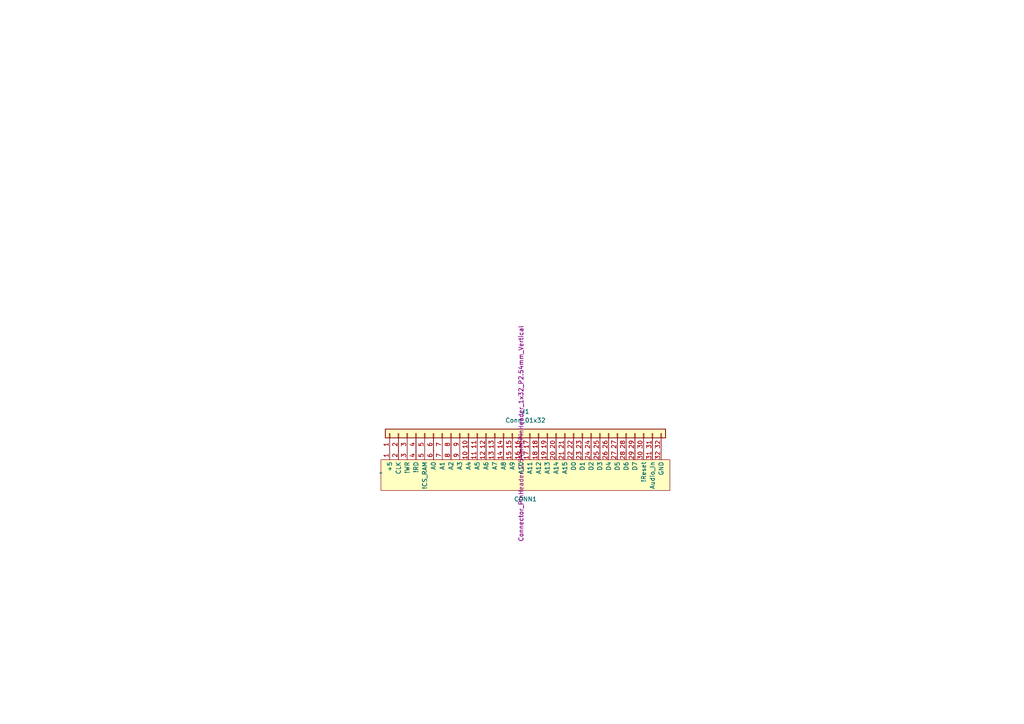
<source format=kicad_sch>
(kicad_sch (version 20230121) (generator eeschema)

  (uuid 314faa5e-e995-401d-bd0e-a3b7a005b770)

  (paper "A4")

  (lib_symbols
    (symbol "Connector_Generic:Conn_01x32" (pin_names (offset 1.016) hide) (in_bom yes) (on_board yes)
      (property "Reference" "J" (at 0 40.64 0)
        (effects (font (size 1.27 1.27)))
      )
      (property "Value" "Conn_01x32" (at 0 -43.18 0)
        (effects (font (size 1.27 1.27)))
      )
      (property "Footprint" "" (at 0 0 0)
        (effects (font (size 1.27 1.27)) hide)
      )
      (property "Datasheet" "~" (at 0 0 0)
        (effects (font (size 1.27 1.27)) hide)
      )
      (property "ki_keywords" "connector" (at 0 0 0)
        (effects (font (size 1.27 1.27)) hide)
      )
      (property "ki_description" "Generic connector, single row, 01x32, script generated (kicad-library-utils/schlib/autogen/connector/)" (at 0 0 0)
        (effects (font (size 1.27 1.27)) hide)
      )
      (property "ki_fp_filters" "Connector*:*_1x??_*" (at 0 0 0)
        (effects (font (size 1.27 1.27)) hide)
      )
      (symbol "Conn_01x32_1_1"
        (rectangle (start -1.27 -40.513) (end 0 -40.767)
          (stroke (width 0.1524) (type default))
          (fill (type none))
        )
        (rectangle (start -1.27 -37.973) (end 0 -38.227)
          (stroke (width 0.1524) (type default))
          (fill (type none))
        )
        (rectangle (start -1.27 -35.433) (end 0 -35.687)
          (stroke (width 0.1524) (type default))
          (fill (type none))
        )
        (rectangle (start -1.27 -32.893) (end 0 -33.147)
          (stroke (width 0.1524) (type default))
          (fill (type none))
        )
        (rectangle (start -1.27 -30.353) (end 0 -30.607)
          (stroke (width 0.1524) (type default))
          (fill (type none))
        )
        (rectangle (start -1.27 -27.813) (end 0 -28.067)
          (stroke (width 0.1524) (type default))
          (fill (type none))
        )
        (rectangle (start -1.27 -25.273) (end 0 -25.527)
          (stroke (width 0.1524) (type default))
          (fill (type none))
        )
        (rectangle (start -1.27 -22.733) (end 0 -22.987)
          (stroke (width 0.1524) (type default))
          (fill (type none))
        )
        (rectangle (start -1.27 -20.193) (end 0 -20.447)
          (stroke (width 0.1524) (type default))
          (fill (type none))
        )
        (rectangle (start -1.27 -17.653) (end 0 -17.907)
          (stroke (width 0.1524) (type default))
          (fill (type none))
        )
        (rectangle (start -1.27 -15.113) (end 0 -15.367)
          (stroke (width 0.1524) (type default))
          (fill (type none))
        )
        (rectangle (start -1.27 -12.573) (end 0 -12.827)
          (stroke (width 0.1524) (type default))
          (fill (type none))
        )
        (rectangle (start -1.27 -10.033) (end 0 -10.287)
          (stroke (width 0.1524) (type default))
          (fill (type none))
        )
        (rectangle (start -1.27 -7.493) (end 0 -7.747)
          (stroke (width 0.1524) (type default))
          (fill (type none))
        )
        (rectangle (start -1.27 -4.953) (end 0 -5.207)
          (stroke (width 0.1524) (type default))
          (fill (type none))
        )
        (rectangle (start -1.27 -2.413) (end 0 -2.667)
          (stroke (width 0.1524) (type default))
          (fill (type none))
        )
        (rectangle (start -1.27 0.127) (end 0 -0.127)
          (stroke (width 0.1524) (type default))
          (fill (type none))
        )
        (rectangle (start -1.27 2.667) (end 0 2.413)
          (stroke (width 0.1524) (type default))
          (fill (type none))
        )
        (rectangle (start -1.27 5.207) (end 0 4.953)
          (stroke (width 0.1524) (type default))
          (fill (type none))
        )
        (rectangle (start -1.27 7.747) (end 0 7.493)
          (stroke (width 0.1524) (type default))
          (fill (type none))
        )
        (rectangle (start -1.27 10.287) (end 0 10.033)
          (stroke (width 0.1524) (type default))
          (fill (type none))
        )
        (rectangle (start -1.27 12.827) (end 0 12.573)
          (stroke (width 0.1524) (type default))
          (fill (type none))
        )
        (rectangle (start -1.27 15.367) (end 0 15.113)
          (stroke (width 0.1524) (type default))
          (fill (type none))
        )
        (rectangle (start -1.27 17.907) (end 0 17.653)
          (stroke (width 0.1524) (type default))
          (fill (type none))
        )
        (rectangle (start -1.27 20.447) (end 0 20.193)
          (stroke (width 0.1524) (type default))
          (fill (type none))
        )
        (rectangle (start -1.27 22.987) (end 0 22.733)
          (stroke (width 0.1524) (type default))
          (fill (type none))
        )
        (rectangle (start -1.27 25.527) (end 0 25.273)
          (stroke (width 0.1524) (type default))
          (fill (type none))
        )
        (rectangle (start -1.27 28.067) (end 0 27.813)
          (stroke (width 0.1524) (type default))
          (fill (type none))
        )
        (rectangle (start -1.27 30.607) (end 0 30.353)
          (stroke (width 0.1524) (type default))
          (fill (type none))
        )
        (rectangle (start -1.27 33.147) (end 0 32.893)
          (stroke (width 0.1524) (type default))
          (fill (type none))
        )
        (rectangle (start -1.27 35.687) (end 0 35.433)
          (stroke (width 0.1524) (type default))
          (fill (type none))
        )
        (rectangle (start -1.27 38.227) (end 0 37.973)
          (stroke (width 0.1524) (type default))
          (fill (type none))
        )
        (rectangle (start -1.27 39.37) (end 1.27 -41.91)
          (stroke (width 0.254) (type default))
          (fill (type background))
        )
        (pin passive line (at -5.08 38.1 0) (length 3.81)
          (name "Pin_1" (effects (font (size 1.27 1.27))))
          (number "1" (effects (font (size 1.27 1.27))))
        )
        (pin passive line (at -5.08 15.24 0) (length 3.81)
          (name "Pin_10" (effects (font (size 1.27 1.27))))
          (number "10" (effects (font (size 1.27 1.27))))
        )
        (pin passive line (at -5.08 12.7 0) (length 3.81)
          (name "Pin_11" (effects (font (size 1.27 1.27))))
          (number "11" (effects (font (size 1.27 1.27))))
        )
        (pin passive line (at -5.08 10.16 0) (length 3.81)
          (name "Pin_12" (effects (font (size 1.27 1.27))))
          (number "12" (effects (font (size 1.27 1.27))))
        )
        (pin passive line (at -5.08 7.62 0) (length 3.81)
          (name "Pin_13" (effects (font (size 1.27 1.27))))
          (number "13" (effects (font (size 1.27 1.27))))
        )
        (pin passive line (at -5.08 5.08 0) (length 3.81)
          (name "Pin_14" (effects (font (size 1.27 1.27))))
          (number "14" (effects (font (size 1.27 1.27))))
        )
        (pin passive line (at -5.08 2.54 0) (length 3.81)
          (name "Pin_15" (effects (font (size 1.27 1.27))))
          (number "15" (effects (font (size 1.27 1.27))))
        )
        (pin passive line (at -5.08 0 0) (length 3.81)
          (name "Pin_16" (effects (font (size 1.27 1.27))))
          (number "16" (effects (font (size 1.27 1.27))))
        )
        (pin passive line (at -5.08 -2.54 0) (length 3.81)
          (name "Pin_17" (effects (font (size 1.27 1.27))))
          (number "17" (effects (font (size 1.27 1.27))))
        )
        (pin passive line (at -5.08 -5.08 0) (length 3.81)
          (name "Pin_18" (effects (font (size 1.27 1.27))))
          (number "18" (effects (font (size 1.27 1.27))))
        )
        (pin passive line (at -5.08 -7.62 0) (length 3.81)
          (name "Pin_19" (effects (font (size 1.27 1.27))))
          (number "19" (effects (font (size 1.27 1.27))))
        )
        (pin passive line (at -5.08 35.56 0) (length 3.81)
          (name "Pin_2" (effects (font (size 1.27 1.27))))
          (number "2" (effects (font (size 1.27 1.27))))
        )
        (pin passive line (at -5.08 -10.16 0) (length 3.81)
          (name "Pin_20" (effects (font (size 1.27 1.27))))
          (number "20" (effects (font (size 1.27 1.27))))
        )
        (pin passive line (at -5.08 -12.7 0) (length 3.81)
          (name "Pin_21" (effects (font (size 1.27 1.27))))
          (number "21" (effects (font (size 1.27 1.27))))
        )
        (pin passive line (at -5.08 -15.24 0) (length 3.81)
          (name "Pin_22" (effects (font (size 1.27 1.27))))
          (number "22" (effects (font (size 1.27 1.27))))
        )
        (pin passive line (at -5.08 -17.78 0) (length 3.81)
          (name "Pin_23" (effects (font (size 1.27 1.27))))
          (number "23" (effects (font (size 1.27 1.27))))
        )
        (pin passive line (at -5.08 -20.32 0) (length 3.81)
          (name "Pin_24" (effects (font (size 1.27 1.27))))
          (number "24" (effects (font (size 1.27 1.27))))
        )
        (pin passive line (at -5.08 -22.86 0) (length 3.81)
          (name "Pin_25" (effects (font (size 1.27 1.27))))
          (number "25" (effects (font (size 1.27 1.27))))
        )
        (pin passive line (at -5.08 -25.4 0) (length 3.81)
          (name "Pin_26" (effects (font (size 1.27 1.27))))
          (number "26" (effects (font (size 1.27 1.27))))
        )
        (pin passive line (at -5.08 -27.94 0) (length 3.81)
          (name "Pin_27" (effects (font (size 1.27 1.27))))
          (number "27" (effects (font (size 1.27 1.27))))
        )
        (pin passive line (at -5.08 -30.48 0) (length 3.81)
          (name "Pin_28" (effects (font (size 1.27 1.27))))
          (number "28" (effects (font (size 1.27 1.27))))
        )
        (pin passive line (at -5.08 -33.02 0) (length 3.81)
          (name "Pin_29" (effects (font (size 1.27 1.27))))
          (number "29" (effects (font (size 1.27 1.27))))
        )
        (pin passive line (at -5.08 33.02 0) (length 3.81)
          (name "Pin_3" (effects (font (size 1.27 1.27))))
          (number "3" (effects (font (size 1.27 1.27))))
        )
        (pin passive line (at -5.08 -35.56 0) (length 3.81)
          (name "Pin_30" (effects (font (size 1.27 1.27))))
          (number "30" (effects (font (size 1.27 1.27))))
        )
        (pin passive line (at -5.08 -38.1 0) (length 3.81)
          (name "Pin_31" (effects (font (size 1.27 1.27))))
          (number "31" (effects (font (size 1.27 1.27))))
        )
        (pin passive line (at -5.08 -40.64 0) (length 3.81)
          (name "Pin_32" (effects (font (size 1.27 1.27))))
          (number "32" (effects (font (size 1.27 1.27))))
        )
        (pin passive line (at -5.08 30.48 0) (length 3.81)
          (name "Pin_4" (effects (font (size 1.27 1.27))))
          (number "4" (effects (font (size 1.27 1.27))))
        )
        (pin passive line (at -5.08 27.94 0) (length 3.81)
          (name "Pin_5" (effects (font (size 1.27 1.27))))
          (number "5" (effects (font (size 1.27 1.27))))
        )
        (pin passive line (at -5.08 25.4 0) (length 3.81)
          (name "Pin_6" (effects (font (size 1.27 1.27))))
          (number "6" (effects (font (size 1.27 1.27))))
        )
        (pin passive line (at -5.08 22.86 0) (length 3.81)
          (name "Pin_7" (effects (font (size 1.27 1.27))))
          (number "7" (effects (font (size 1.27 1.27))))
        )
        (pin passive line (at -5.08 20.32 0) (length 3.81)
          (name "Pin_8" (effects (font (size 1.27 1.27))))
          (number "8" (effects (font (size 1.27 1.27))))
        )
        (pin passive line (at -5.08 17.78 0) (length 3.81)
          (name "Pin_9" (effects (font (size 1.27 1.27))))
          (number "9" (effects (font (size 1.27 1.27))))
        )
      )
    )
    (symbol "DMGedgecon:DMG_edge_con" (in_bom yes) (on_board yes)
      (property "Reference" "CONN" (at 3.81 1.27 0)
        (effects (font (size 1.27 1.27)))
      )
      (property "Value" "" (at 0 5.08 0)
        (effects (font (size 1.27 1.27)))
      )
      (property "Footprint" "" (at 0 5.08 0)
        (effects (font (size 1.27 1.27)) hide)
      )
      (property "Datasheet" "" (at 0 5.08 0)
        (effects (font (size 1.27 1.27)) hide)
      )
      (symbol "DMG_edge_con_1_1"
        (rectangle (start 0 8.89) (end 83.82 0)
          (stroke (width 0) (type default))
          (fill (type background))
        )
        (pin output line (at 2.54 11.43 270) (length 2.54)
          (name "+5" (effects (font (size 1.27 1.27))))
          (number "1" (effects (font (size 1.27 1.27))))
        )
        (pin output line (at 25.4 11.43 270) (length 2.54)
          (name "A4" (effects (font (size 1.27 1.27))))
          (number "10" (effects (font (size 1.27 1.27))))
        )
        (pin output line (at 27.94 11.43 270) (length 2.54)
          (name "A5" (effects (font (size 1.27 1.27))))
          (number "11" (effects (font (size 1.27 1.27))))
        )
        (pin output line (at 30.48 11.43 270) (length 2.54)
          (name "A6" (effects (font (size 1.27 1.27))))
          (number "12" (effects (font (size 1.27 1.27))))
        )
        (pin output line (at 33.02 11.43 270) (length 2.54)
          (name "A7" (effects (font (size 1.27 1.27))))
          (number "13" (effects (font (size 1.27 1.27))))
        )
        (pin output line (at 35.56 11.43 270) (length 2.54)
          (name "A8" (effects (font (size 1.27 1.27))))
          (number "14" (effects (font (size 1.27 1.27))))
        )
        (pin output line (at 38.1 11.43 270) (length 2.54)
          (name "A9" (effects (font (size 1.27 1.27))))
          (number "15" (effects (font (size 1.27 1.27))))
        )
        (pin output line (at 40.64 11.43 270) (length 2.54)
          (name "A10" (effects (font (size 1.27 1.27))))
          (number "16" (effects (font (size 1.27 1.27))))
        )
        (pin output line (at 43.18 11.43 270) (length 2.54)
          (name "A11" (effects (font (size 1.27 1.27))))
          (number "17" (effects (font (size 1.27 1.27))))
        )
        (pin output line (at 45.72 11.43 270) (length 2.54)
          (name "A12" (effects (font (size 1.27 1.27))))
          (number "18" (effects (font (size 1.27 1.27))))
        )
        (pin output line (at 48.26 11.43 270) (length 2.54)
          (name "A13" (effects (font (size 1.27 1.27))))
          (number "19" (effects (font (size 1.27 1.27))))
        )
        (pin output line (at 5.08 11.43 270) (length 2.54)
          (name "CLK" (effects (font (size 1.27 1.27))))
          (number "2" (effects (font (size 1.27 1.27))))
        )
        (pin output line (at 50.8 11.43 270) (length 2.54)
          (name "A14" (effects (font (size 1.27 1.27))))
          (number "20" (effects (font (size 1.27 1.27))))
        )
        (pin output line (at 53.34 11.43 270) (length 2.54)
          (name "A15" (effects (font (size 1.27 1.27))))
          (number "21" (effects (font (size 1.27 1.27))))
        )
        (pin bidirectional line (at 55.88 11.43 270) (length 2.54)
          (name "D0" (effects (font (size 1.27 1.27))))
          (number "22" (effects (font (size 1.27 1.27))))
        )
        (pin bidirectional line (at 58.42 11.43 270) (length 2.54)
          (name "D1" (effects (font (size 1.27 1.27))))
          (number "23" (effects (font (size 1.27 1.27))))
        )
        (pin bidirectional line (at 60.96 11.43 270) (length 2.54)
          (name "D2" (effects (font (size 1.27 1.27))))
          (number "24" (effects (font (size 1.27 1.27))))
        )
        (pin bidirectional line (at 63.5 11.43 270) (length 2.54)
          (name "D3" (effects (font (size 1.27 1.27))))
          (number "25" (effects (font (size 1.27 1.27))))
        )
        (pin bidirectional line (at 66.04 11.43 270) (length 2.54)
          (name "D4" (effects (font (size 1.27 1.27))))
          (number "26" (effects (font (size 1.27 1.27))))
        )
        (pin bidirectional line (at 68.58 11.43 270) (length 2.54)
          (name "D5" (effects (font (size 1.27 1.27))))
          (number "27" (effects (font (size 1.27 1.27))))
        )
        (pin bidirectional line (at 71.12 11.43 270) (length 2.54)
          (name "D6" (effects (font (size 1.27 1.27))))
          (number "28" (effects (font (size 1.27 1.27))))
        )
        (pin bidirectional line (at 73.66 11.43 270) (length 2.54)
          (name "D7" (effects (font (size 1.27 1.27))))
          (number "29" (effects (font (size 1.27 1.27))))
        )
        (pin output line (at 7.62 11.43 270) (length 2.54)
          (name "!WR" (effects (font (size 1.27 1.27))))
          (number "3" (effects (font (size 1.27 1.27))))
        )
        (pin input line (at 76.2 11.43 270) (length 2.54)
          (name "!Reset" (effects (font (size 1.27 1.27))))
          (number "30" (effects (font (size 1.27 1.27))))
        )
        (pin input line (at 78.74 11.43 270) (length 2.54)
          (name "Audio_In" (effects (font (size 1.27 1.27))))
          (number "31" (effects (font (size 1.27 1.27))))
        )
        (pin output line (at 81.28 11.43 270) (length 2.54)
          (name "GND" (effects (font (size 1.27 1.27))))
          (number "32" (effects (font (size 1.27 1.27))))
        )
        (pin output line (at 10.16 11.43 270) (length 2.54)
          (name "!RD" (effects (font (size 1.27 1.27))))
          (number "4" (effects (font (size 1.27 1.27))))
        )
        (pin output line (at 12.7 11.43 270) (length 2.54)
          (name "!CS_RAM" (effects (font (size 1.27 1.27))))
          (number "5" (effects (font (size 1.27 1.27))))
        )
        (pin output line (at 15.24 11.43 270) (length 2.54)
          (name "A0" (effects (font (size 1.27 1.27))))
          (number "6" (effects (font (size 1.27 1.27))))
        )
        (pin output line (at 17.78 11.43 270) (length 2.54)
          (name "A1" (effects (font (size 1.27 1.27))))
          (number "7" (effects (font (size 1.27 1.27))))
        )
        (pin output line (at 20.32 11.43 270) (length 2.54)
          (name "A2" (effects (font (size 1.27 1.27))))
          (number "8" (effects (font (size 1.27 1.27))))
        )
        (pin output line (at 22.86 11.43 270) (length 2.54)
          (name "A3" (effects (font (size 1.27 1.27))))
          (number "9" (effects (font (size 1.27 1.27))))
        )
      )
    )
  )


  (symbol (lib_id "Connector_Generic:Conn_01x32") (at 151.13 125.73 90) (unit 1)
    (in_bom yes) (on_board yes) (dnp no) (fields_autoplaced)
    (uuid 931df902-dc78-44a0-9908-7aec70028add)
    (property "Reference" "J1" (at 152.4 119.38 90)
      (effects (font (size 1.27 1.27)))
    )
    (property "Value" "Conn_01x32" (at 152.4 121.92 90)
      (effects (font (size 1.27 1.27)))
    )
    (property "Footprint" "Connector_PinHeader_2.54mm:PinHeader_1x32_P2.54mm_Vertical" (at 151.13 125.73 0)
      (effects (font (size 1.27 1.27)))
    )
    (property "Datasheet" "~" (at 151.13 125.73 0)
      (effects (font (size 1.27 1.27)) hide)
    )
    (pin "19" (uuid f33f8b89-1b71-425e-9ca2-dea6cc31d691))
    (pin "23" (uuid e5207f8b-28e4-47f5-bec4-a7858140ddef))
    (pin "16" (uuid 15346720-3541-49c6-a574-aee7e3e753b4))
    (pin "21" (uuid 79d95562-2472-4cda-ae5f-77ee86176d1d))
    (pin "11" (uuid d0be1a67-26bc-45cd-8637-a387ab3de0f3))
    (pin "3" (uuid 2a8527af-cc90-4911-86c4-22a9ff7b1468))
    (pin "8" (uuid 0f338f0c-e421-45ce-8ac3-26e9115d6ba2))
    (pin "9" (uuid c6b03daf-d6ea-4601-9a01-07f27f14b7da))
    (pin "1" (uuid 34555532-e79a-4e59-a577-734c1c7d6039))
    (pin "22" (uuid deb0ec91-f6a2-4ad7-bf84-308fbdbb8b9d))
    (pin "25" (uuid dfc87f21-fe41-4a48-95db-c717af6445c2))
    (pin "10" (uuid 5b4ea27b-8ca7-46d3-81e2-8986d9ea3361))
    (pin "13" (uuid 2b765e00-7880-486f-b211-79245b8b5790))
    (pin "17" (uuid 352a7c51-79a2-4a65-bf34-ea5df1fbc212))
    (pin "29" (uuid b5fd4a20-f8d0-484a-92c0-74fc73c6340c))
    (pin "26" (uuid 0dd59c82-b279-4426-8046-47ea15a7e69f))
    (pin "4" (uuid 0e5e193d-e6dd-4eb2-81cf-2567e50f703f))
    (pin "14" (uuid b66cdfb2-c21b-4d12-9d2c-078a68ce142d))
    (pin "20" (uuid 5b9883a0-1968-4442-a479-249730978ca5))
    (pin "2" (uuid 1ad3d885-6ddb-41f6-bdba-762d91247ddc))
    (pin "28" (uuid f8c0e963-da4e-4ae2-be19-bdac6502fa2e))
    (pin "24" (uuid 36fa621a-2b57-4540-9cbd-e61bb72d8530))
    (pin "27" (uuid aab3aab3-e058-4327-8f94-36561d36355d))
    (pin "31" (uuid 984625aa-4780-4ae8-800b-1a936aa8dda6))
    (pin "15" (uuid e664bbe8-9e0e-48d9-95a6-42c331abaa90))
    (pin "18" (uuid 710d7f2d-69d0-4dcd-a23f-1ff98ab6492c))
    (pin "5" (uuid f0a2aa7b-5be5-4599-94f7-2a2ac31809b6))
    (pin "32" (uuid 7371a0eb-79a3-4bed-af07-d8480a7e61af))
    (pin "30" (uuid 7c281e06-0dfd-4acf-a133-d58c2d9758ee))
    (pin "6" (uuid 9cf3ba7b-0085-48cc-87e1-398aa9e7d028))
    (pin "12" (uuid 44b60e5c-c155-4271-9b94-84b1a3a1685c))
    (pin "7" (uuid 4f25c774-5d52-4e0d-86ee-7ba28b17cab7))
    (instances
      (project "DMG Cart Breakout"
        (path "/314faa5e-e995-401d-bd0e-a3b7a005b770"
          (reference "J1") (unit 1)
        )
      )
    )
  )

  (symbol (lib_id "DMGedgecon:DMG_edge_con") (at 110.49 142.24 0) (unit 1)
    (in_bom yes) (on_board yes) (dnp no) (fields_autoplaced)
    (uuid b990f842-4c79-4334-a2be-6374c2feaef7)
    (property "Reference" "CONN1" (at 152.4 144.78 0)
      (effects (font (size 1.27 1.27)))
    )
    (property "Value" "~" (at 110.49 137.16 0)
      (effects (font (size 1.27 1.27)))
    )
    (property "Footprint" "Card Edge Connectors:DMG_Cart" (at 110.49 137.16 0)
      (effects (font (size 1.27 1.27)) hide)
    )
    (property "Datasheet" "" (at 110.49 137.16 0)
      (effects (font (size 1.27 1.27)) hide)
    )
    (pin "13" (uuid 7607d261-6638-4699-a63f-bf539c5f1cab))
    (pin "12" (uuid f6df2a12-1f4c-40e6-bea9-f3b830ed2a8c))
    (pin "18" (uuid 6dd8ac0a-325d-4564-a1d5-817720a04a86))
    (pin "30" (uuid dd294d95-1fa3-4f90-a3d7-2647c06f7887))
    (pin "22" (uuid 54168cbb-1613-4c6d-a825-326e31ad3aff))
    (pin "31" (uuid 9c666cc4-d351-4bb4-a14b-585cc88dca42))
    (pin "4" (uuid 84c6aef1-3bdd-4f49-972a-e10e16f2e664))
    (pin "27" (uuid abec28cd-ff26-4ca5-842d-aa765b32bf0f))
    (pin "14" (uuid a47291b3-4177-407a-ba49-52700115a1d8))
    (pin "15" (uuid 538df599-ac78-4e0b-aa3b-6461e2e7a276))
    (pin "2" (uuid c62cf283-3bfc-4f5b-b66f-30da11e2d406))
    (pin "20" (uuid 3817ac5e-4fd4-484d-8379-aa26a4c22ae3))
    (pin "32" (uuid 6efc6487-8c33-455f-99d8-bbf0f2d8b778))
    (pin "11" (uuid c4c5d436-a03a-41ad-8feb-8dd2d828b928))
    (pin "24" (uuid ddc459a4-866a-42a3-bde0-f388d0bd3a96))
    (pin "7" (uuid f440caa2-5a88-4809-8c9e-90b5b4e267a9))
    (pin "28" (uuid edf03412-0224-4014-8a9d-5e191fb73dab))
    (pin "29" (uuid f7c456d1-97f3-4a4c-a557-20284806d42d))
    (pin "5" (uuid 0ca8735a-cb6d-4129-9b2b-2b32e25abf0d))
    (pin "16" (uuid 766f5f53-f913-45ca-b3de-4fa7ec36e556))
    (pin "25" (uuid b44ddd07-7097-49f4-ac88-2a228d5ee4f0))
    (pin "17" (uuid 33c06955-128c-4d1b-b0ba-d6b9b5e8f5b9))
    (pin "26" (uuid 2bff7e1b-4ab7-4e2f-a2bc-9db693d9d3e7))
    (pin "3" (uuid 36e3a2ab-ed81-4375-8028-f1026b6b5472))
    (pin "8" (uuid e2cac190-2e25-483c-abd6-8b13cf94350d))
    (pin "19" (uuid e1418d1a-7dce-46d4-97f2-483b1539a309))
    (pin "10" (uuid 8f6c7251-f31a-42a6-87b1-86a926c22cb1))
    (pin "23" (uuid b24edb8b-fd83-436b-8fbb-fb77330b6c3e))
    (pin "6" (uuid 07e9799a-6e32-4553-a16a-880715d91c97))
    (pin "9" (uuid 4413b700-0b79-41da-9e22-0a562c019ba2))
    (pin "1" (uuid e3556612-8a76-4659-ad37-92d359b40c00))
    (pin "21" (uuid 3ddb0aa5-6a4f-4dcf-940b-37d080cedcf7))
    (instances
      (project "DMG Cart Breakout"
        (path "/314faa5e-e995-401d-bd0e-a3b7a005b770"
          (reference "CONN1") (unit 1)
        )
      )
    )
  )

  (sheet_instances
    (path "/" (page "1"))
  )
)

</source>
